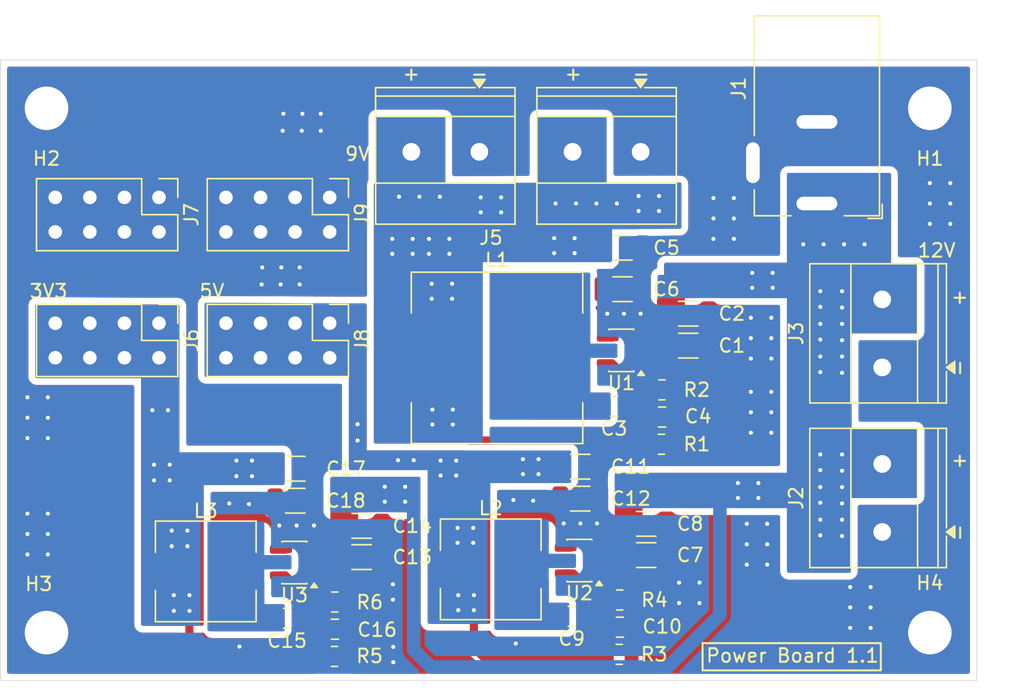
<source format=kicad_pcb>
(kicad_pcb (version 20241229) (generator "pcbnew") (generator_version "9.0")
  (title_block (title "Power_Board") (date "2025-12-20") (rev "1.1") (company "PKl"))
  (layers (0 "F.Cu" signal) (2 "B.Cu" signal) (13 "F.Paste" user) (15 "B.Paste" user) (5 "F.SilkS" user "F.Silkscreen") (7 "B.SilkS" user "B.Silkscreen") (1 "F.Mask" user) (3 "B.Mask" user) (25 "Edge.Cuts" user))
  (net 0 "")
  (net 1 "GND")
  (net 2 "12V")
  (net 3 "9V")
  (net 4 "5V")
  (net 5 "3V3")
  (net 6 "Net-(U1-SW)")
  (net 7 "Net-(U1-BST)")
  (net 8 "Net-(U1-FB)")
  (net 9 "Net-(C5-Pad2)")
  (net 10 "Net-(U2-SW)")
  (net 11 "Net-(U2-BST)")
  (net 12 "Net-(U2-FB)")
  (net 13 "Net-(C11-Pad2)")
  (net 14 "Net-(U3-BST)")
  (net 15 "Net-(U3-SW)")
  (net 16 "Net-(U3-FB)")
  (net 17 "Net-(C17-Pad2)")
  (footprint "Connector_PinHeader_2.54mm:PinHeader_2x04_P2.54mm_Vertical" (layer "F.Cu") (at 133.365 87.8 -90)
    (property "Reference" "J6")
    (property "Value" "3V3")
  )
  (footprint "Inductor_SMD:L_12x12mm_H8mm" (layer "F.Cu") (at 158.2 90.35 180)
    (property "Reference" "L1")
    (property "Value" "DR127-100-R")
  )
  (footprint "Capacitor_SMD:C_0805_2012Metric" (layer "F.Cu") (at 163.6875 109.35)
    (property "Reference" "C9")
    (property "Value" "100nF")
  )
  (footprint "TerminalBlock_Phoenix:TerminalBlock_Phoenix_MKDS-1,5-2_1x02_P5.00mm_Horizontal" (layer "F.Cu") (at 186.5 103.15 90)
    (property "Reference" "J2")
    (property "Value" "12V1")
  )
  (footprint "Capacitor_SMD:C_1206_3216Metric" (layer "F.Cu") (at 169.1625 102.55)
    (property "Reference" "C8")
    (property "Value" "100nF")
  )
  (footprint "Capacitor_SMD:C_1206_3216Metric" (layer "F.Cu") (at 172.25 87.1)
    (property "Reference" "C2")
    (property "Value" "100nF")
  )
  (footprint "MountingHole:MountingHole_3.2mm_M3_DIN965_Pad" (layer "F.Cu") (at 125.1 72)
    (property "Reference" "H2")
    (property "Value" "MountingHole_Pad" (hide yes))
  )
  (footprint "Resistor_SMD:R_0805_2012Metric" (layer "F.Cu") (at 170.3125 92.7)
    (property "Reference" "R2")
    (property "Value" "18kR")
  )
  (footprint "Package_TO_SOT_SMD:TSOT-23-6" (layer "F.Cu") (at 143.3125 105.4 180)
    (property "Reference" "U3")
    (property "Value" "AP63200WU")
  )
  (footprint "Capacitor_SMD:C_1206_3216Metric" (layer "F.Cu") (at 172.25 89.45)
    (property "Reference" "C1")
    (property "Value" "22uF")
  )
  (footprint "Inductor_SMD:L_7.3x7.3_H3.5" (layer "F.Cu") (at 136.8 106.05 180)
    (property "Reference" "L3")
    (property "Value" "DR73-6R8-R")
  )
  (footprint "Resistor_SMD:R_0805_2012Metric" (layer "F.Cu") (at 170.275 96.7)
    (property "Reference" "R1")
    (property "Value" "182kR")
  )
  (footprint "Capacitor_SMD:C_1206_3216Metric" (layer "F.Cu") (at 167.425 85.3)
    (property "Reference" "C6")
    (property "Value" "22uF")
  )
  (footprint "Capacitor_SMD:C_1206_3216Metric" (layer "F.Cu") (at 148.25 105)
    (property "Reference" "C13")
    (property "Value" "22uF")
  )
  (footprint "Capacitor_SMD:C_1206_3216Metric" (layer "F.Cu") (at 167.425 82.25)
    (property "Reference" "C5")
    (property "Value" "22uF")
  )
  (footprint "Capacitor_SMD:C_1206_3216Metric" (layer "F.Cu") (at 164.3125 100.7)
    (property "Reference" "C12")
    (property "Value" "22uF")
  )
  (footprint "Connector_PinHeader_2.54mm:PinHeader_2x04_P2.54mm_Vertical" (layer "F.Cu") (at 133.365 78.55 -90)
    (property "Reference" "J7")
    (property "Value" "3V_GND")
  )
  (footprint "Resistor_SMD:R_0805_2012Metric" (layer "F.Cu") (at 146.275 108.3)
    (property "Reference" "R6")
    (property "Value" "62kR")
  )
  (footprint "Capacitor_SMD:C_0805_2012Metric" (layer "F.Cu") (at 167.225 110.15)
    (property "Reference" "C10")
    (property "Value" "100pF")
  )
  (footprint "Capacitor_SMD:C_1206_3216Metric" (layer "F.Cu") (at 169.1625 104.85)
    (property "Reference" "C7")
    (property "Value" "22uF")
  )
  (footprint "Connector_PinHeader_2.54mm:PinHeader_2x04_P2.54mm_Vertical" (layer "F.Cu") (at 145.905 78.55 -90)
    (property "Reference" "J9")
    (property "Value" "5V_GND")
  )
  (footprint "Package_TO_SOT_SMD:TSOT-23-6" (layer "F.Cu") (at 167.3375 89.8 180)
    (property "Reference" "U1")
    (property "Value" "AP63200WU")
  )
  (footprint "Resistor_SMD:R_0805_2012Metric" (layer "F.Cu") (at 167.175 112.15)
    (property "Reference" "R3")
    (property "Value" "158kR")
  )
  (footprint "Capacitor_SMD:C_0805_2012Metric" (layer "F.Cu") (at 166.8 93.9)
    (property "Reference" "C3")
    (property "Value" "100nF")
  )
  (footprint "TerminalBlock_Phoenix:TerminalBlock_Phoenix_MKDS-1,5-2_1x02_P5.00mm_Horizontal" (layer "F.Cu") (at 156.9 75.2 180)
    (property "Reference" "J5")
    (property "Value" "9V2")
  )
  (footprint "Capacitor_SMD:C_0805_2012Metric" (layer "F.Cu") (at 146.2875 110.3)
    (property "Reference" "C16")
    (property "Value" "100pF")
  )
  (footprint "Package_TO_SOT_SMD:TSOT-23-6" (layer "F.Cu") (at 164.25 105.25 180)
    (property "Reference" "U2")
    (property "Value" "AP63200WU")
  )
  (footprint "TerminalBlock_Phoenix:TerminalBlock_Phoenix_MKDS-1,5-2_1x02_P5.00mm_Horizontal" (layer "F.Cu") (at 168.75 75.2 180)
    (property "Reference" "J4" (hide yes))
    (property "Value" "9V1")
  )
  (footprint "Resistor_SMD:R_0805_2012Metric" (layer "F.Cu") (at 146.2625 112.3)
    (property "Reference" "R5")
    (property "Value" "182kR")
  )
  (footprint "Capacitor_SMD:C_1206_3216Metric" (layer "F.Cu") (at 148.25 102.7)
    (property "Reference" "C14")
    (property "Value" "100nF")
  )
  (footprint "Resistor_SMD:R_0805_2012Metric" (layer "F.Cu") (at 167.2125 108.15)
    (property "Reference" "R4")
    (property "Value" "30kR")
  )
  (footprint "MountingHole:MountingHole_3.2mm_M3_DIN965_Pad" (layer "F.Cu") (at 125.1 110.55)
    (property "Reference" "H3")
    (property "Value" "MountingHole_Pad")
  )
  (footprint "Capacitor_SMD:C_1206_3216Metric" (layer "F.Cu") (at 143.375 98.5)
    (property "Reference" "C17")
    (property "Value" "22uF")
  )
  (footprint "Inductor_SMD:L_7.3x7.3_H3.5" (layer "F.Cu") (at 157.7375 105.9 180)
    (property "Reference" "L2")
    (property "Value" "DR73-100-R")
  )
  (footprint "TerminalBlock_Phoenix:TerminalBlock_Phoenix_MKDS-1,5-2_1x02_P5.00mm_Horizontal" (layer "F.Cu") (at 186.5 91.05 90)
    (property "Reference" "J3")
    (property "Value" "12V2")
  )
  (footprint "Capacitor_SMD:C_0805_2012Metric" (layer "F.Cu") (at 142.775 109.5)
    (property "Reference" "C15")
    (property "Value" "100nF")
  )
  (footprint "Capacitor_SMD:C_1206_3216Metric" (layer "F.Cu") (at 143.375 100.85)
    (property "Reference" "C18")
    (property "Value" "22uF")
  )
  (footprint "Connector_PinHeader_2.54mm:PinHeader_2x04_P2.54mm_Vertical" (layer "F.Cu") (at 145.905 87.8 -90)
    (property "Reference" "J8")
    (property "Value" "5V")
  )
  (footprint "Capacitor_SMD:C_1206_3216Metric" (layer "F.Cu") (at 164.3125 98.35)
    (property "Reference" "C11")
    (property "Value" "22uF")
  )
  (footprint "Connector_BarrelJack:BarrelJack_Horizontal" (layer "F.Cu") (at 181.7 79 -90)
    (property "Reference" "J1")
    (property "Value" "IN")
  )
  (footprint "Capacitor_SMD:C_0805_2012Metric" (layer "F.Cu") (at 170.325 94.7)
    (property "Reference" "C4")
    (property "Value" "68pF")
  )
  (footprint "MountingHole:MountingHole_3.2mm_M3_DIN965_Pad" (layer "F.Cu") (at 190 110.55)
    (property "Reference" "H4")
    (property "Value" "MountingHole_Pad")
  )
  (footprint "MountingHole:MountingHole_3.2mm_M3_DIN965_Pad" (layer "F.Cu") (at 190 72)
    (property "Reference" "H1")
    (property "Value" "MountingHole_Pad" (hide yes))
  )
  (gr_rect (start 173.3 111.325) (end 186.4 113.325) (stroke (width 0.15)) (fill no) (layer "F.SilkS"))
  (gr_rect (start 121.707152 68.44) (end 193.45 114.075) (stroke (width 0.05)) (fill no) (layer "Edge.Cuts"))
  (gr_text "3V3" (at 125.25 85.45 0) (layer "F.SilkS") (effects (font (size 1 1))))
  (gr_text "-" (at 192.3 91.1 270) (layer "F.SilkS") (effects (font (size 1 1))))
  (gr_text "-" (at 168.8 69.6 180) (layer "F.SilkS") (effects (font (size 1 1))))
  (gr_text "+" (at 151.9 69.6 180) (layer "F.SilkS") (effects (font (size 1 1))))
  (gr_text "Power Board 1.1" (at 173.475 112.825 0) (layer "F.SilkS") (effects (font (size 1 1)) (justify left bottom)))
  (gr_text "12V" (at 190.5 82.45 0) (layer "F.SilkS") (effects (font (size 1 1))))
  (gr_text "9V" (at 147.95 75.35 0) (layer "F.SilkS") (effects (font (size 1 1))))
  (gr_text "5V" (at 137.25 85.45 0) (layer "F.SilkS") (effects (font (size 1 1))))
  (gr_text "+" (at 192.2 98 180) (layer "F.SilkS") (effects (font (size 1 1))))
  (gr_text "-" (at 192.3 103.2 270) (layer "F.SilkS") (effects (font (size 1 1))))
  (gr_text "-" (at 156.9 69.6 180) (layer "F.SilkS") (effects (font (size 1 1))))
  (gr_text "+" (at 163.8 69.6 180) (layer "F.SilkS") (effects (font (size 1 1))))
  (gr_text "+" (at 192.2 86 180) (layer "F.SilkS") (effects (font (size 1 1))))
  (via (at 142.35 83.7) (size 1) (drill 0.3) (layers "F.Cu" "B.Cu") (net 1))
  (via (at 176.85 87.4) (size 1) (drill 0.3) (layers "F.Cu" "B.Cu") (net 1))
  (via (at 191.5 77.5) (size 1) (drill 0.3) (layers "F.Cu" "B.Cu") (net 1))
  (via (at 190 79) (size 1) (drill 0.3) (layers "F.Cu" "B.Cu") (net 1))
  (via (at 178.35 90.4) (size 1) (drill 0.3) (layers "F.Cu" "B.Cu") (net 1))
  (via (at 168.75 87.1) (size 1) (drill 0.3) (layers "F.Cu" "B.Cu") (net 1))
  (via (at 150.55 107) (size 1) (drill 0.3) (layers "F.Cu" "B.Cu") (net 1))
  (via (at 190 80.5) (size 1) (drill 0.3) (layers "F.Cu" "B.Cu") (net 1))
  (via (at 167.525 87.1) (size 1) (drill 0.3) (layers "F.Cu" "B.Cu") (net 1))
  (via (at 150.575 112.725) (size 1) (drill 0.3) (layers "F.Cu" "B.Cu") (net 1))
  (via (at 123.7 103.3) (size 1) (drill 0.3) (layers "F.Cu" "B.Cu") (net 1))
  (via (at 176.55 105.55) (size 1) (drill 0.3) (layers "F.Cu" "B.Cu") (net 1))
  (via (at 145.25 73.65) (size 1) (drill 0.3) (layers "F.Cu" "B.Cu") (net 1))
  (via (at 171.575 108.375) (size 1) (drill 0.3) (layers "F.Cu" "B.Cu") (net 1))
  (via (at 139.275 111.575) (size 1) (drill 0.3) (layers "F.Cu" "B.Cu") (net 1))
  (via (at 145.25 72.4) (size 1) (drill 0.3) (layers "F.Cu" "B.Cu") (net 1))
  (via (at 125.2 103.3) (size 1) (drill 0.3) (layers "F.Cu" "B.Cu") (net 1))
  (via (at 178.35 88.9) (size 1) (drill 0.3) (layers "F.Cu" "B.Cu") (net 1))
  (via (at 142.5 72.4) (size 1) (drill 0.3) (layers "F.Cu" "B.Cu") (net 1))
  (via (at 160.85 100.85) (size 1) (drill 0.3) (layers "F.Cu" "B.Cu") (net 1))
  (via (at 178.35 95.85) (size 1) (drill 0.3) (layers "F.Cu" "B.Cu") (net 1))
  (via (at 138.525 101.05) (size 1) (drill 0.3) (layers "F.Cu" "B.Cu") (net 1))
  (via (at 139.975 101.1) (size 1) (drill 0.3) (layers "F.Cu" "B.Cu") (net 1))
  (via (at 174.1 81.6) (size 1) (drill 0.3) (layers "F.Cu" "B.Cu") (net 1))
  (via (at 185.65 108.7) (size 1) (drill 0.3) (layers "F.Cu" "B.Cu") (net 1))
  (via (at 176.85 95.85) (size 1) (drill 0.3) (layers "F.Cu" "B.Cu") (net 1))
  (via (at 176.85 94.35) (size 1) (drill 0.3) (layers "F.Cu" "B.Cu") (net 1))
  (via (at 123.7 93.25) (size 1) (drill 0.3) (layers "F.Cu" "B.Cu") (net 1))
  (via (at 176.85 90.4) (size 1) (drill 0.3) (layers "F.Cu" "B.Cu") (net 1))
  (via (at 171.575 106.875) (size 1) (drill 0.3) (layers "F.Cu" "B.Cu") (net 1))
  (via (at 125.2 101.8) (size 1) (drill 0.3) (layers "F.Cu" "B.Cu") (net 1))
  (via (at 143.475 102.675) (size 1) (drill 0.3) (layers "F.Cu" "B.Cu") (net 1))
  (via (at 163.1 102.525) (size 1) (drill 0.3) (layers "F.Cu" "B.Cu") (net 1))
  (via (at 175.6 80.1) (size 1) (drill 0.3) (layers "F.Cu" "B.Cu") (net 1))
  (via (at 185.65 107.2) (size 1) (drill 0.3) (layers "F.Cu" "B.Cu") (net 1))
  (via (at 144.75 102.675) (size 1) (drill 0.3) (layers "F.Cu" "B.Cu") (net 1))
  (via (at 176.55 102.55) (size 1) (drill 0.3) (layers "F.Cu" "B.Cu") (net 1))
  (via (at 125.2 96.25) (size 1) (drill 0.3) (layers "F.Cu" "B.Cu") (net 1))
  (via (at 178.05 105.55) (size 1) (drill 0.3) (layers "F.Cu" "B.Cu") (net 1))
  (via (at 175.6 81.6) (size 1) (drill 0.3) (layers "F.Cu" "B.Cu") (net 1))
  (via (at 166.3 87.1) (size 1) (drill 0.3) (layers "F.Cu" "B.Cu") (net 1))
  (via (at 178.35 94.35) (size 1) (drill 0.3) (layers "F.Cu" "B.Cu") (net 1))
  (via (at 125.2 93.25) (size 1) (drill 0.3) (layers "F.Cu" "B.Cu") (net 1))
  (via (at 150.575 111.6) (size 1) (drill 0.3) (layers "F.Cu" "B.Cu") (net 1))
  (via (at 176.85 92.85) (size 1) (drill 0.3) (layers "F.Cu" "B.Cu") (net 1))
  (via (at 176.85 88.9) (size 1) (drill 0.3) (layers "F.Cu" "B.Cu") (net 1))
  (via (at 174.1 78.6) (size 1) (drill 0.3) (layers "F.Cu" "B.Cu") (net 1))
  (via (at 184.15 110.2) (size 1) (drill 0.3) (layers "F.Cu" "B.Cu") (net 1))
  (via (at 123.7 94.75) (size 1) (drill 0.3) (layers "F.Cu" "B.Cu") (net 1))
  (via (at 142.45 73.65) (size 1) (drill 0.3) (layers "F.Cu" "B.Cu") (net 1))
  (via (at 140.9 84.95) (size 1) (drill 0.3) (layers "F.Cu" "B.Cu") (net 1))
  (via (at 123.7 104.8) (size 1) (drill 0.3) (layers "F.Cu" "B.Cu") (net 1))
  (via (at 142.2 102.675) (size 1) (drill 0.3) (layers "F.Cu" "B.Cu") (net 1))
  (via (at 173.075 106.875) (size 1) (drill 0.3) (layers "F.Cu" "B.Cu") (net 1))
  (via (at 191.5 80.5) (size 1) (drill 0.3) (layers "F.Cu" "B.Cu") (net 1))
  (via (at 159.575 111.35) (size 1) (drill 0.3) (layers "F.Cu" "B.Cu") (net 1))
  (via (at 176.55 104.05) (size 1) (drill 0.3) (layers "F.Cu" "B.Cu") (net 1))
  (via (at 125.2 94.75) (size 1) (drill 0.3) (layers "F.Cu" "B.Cu") (net 1))
  (via (at 184.15 108.7) (size 1) (drill 0.3) (layers "F.Cu" "B.Cu") (net 1))
  (via (at 175.6 78.6) (size 1) (drill 0.3) (layers "F.Cu" "B.Cu") (net 1))
  (via (at 142.3 84.95) (size 1) (drill 0.3) (layers "F.Cu" "B.Cu") (net 1))
  (via (at 191.5 79) (size 1) (drill 0.3) (layers "F.Cu" "B.Cu") (net 1))
  (via (at 178.05 102.55) (size 1) (drill 0.3) (layers "F.Cu" "B.Cu") (net 1))
  (via (at 123.7 96.25) (size 1) (drill 0.3) (layers "F.Cu" "B.Cu") (net 1))
  (via (at 165.55 102.525) (size 1) (drill 0.3) (layers "F.Cu" "B.Cu") (net 1))
  (via (at 178.05 104.05) (size 1) (drill 0.3) (layers "F.Cu" "B.Cu") (net 1))
  (via (at 178.35 92.85) (size 1) (drill 0.3) (layers "F.Cu" "B.Cu") (net 1))
  (via (at 125.2 104.8) (size 1) (drill 0.3) (layers "F.Cu" "B.Cu") (net 1))
  (via (at 174.1 80.1) (size 1) (drill 0.3) (layers "F.Cu" "B.Cu") (net 1))
  (via (at 190 77.5) (size 1) (drill 0.3) (layers "F.Cu" "B.Cu") (net 1))
  (via (at 143.7 83.7) (size 1) (drill 0.3) (layers "F.Cu" "B.Cu") (net 1))
  (via (at 143.7 84.95) (size 1) (drill 0.3) (layers "F.Cu" "B.Cu") (net 1))
  (via (at 140.95 83.7) (size 1) (drill 0.3) (layers "F.Cu" "B.Cu") (net 1))
  (via (at 150.55 108.125) (size 1) (drill 0.3) (layers "F.Cu" "B.Cu") (net 1))
  (via (at 159.4 100.8) (size 1) (drill 0.3) (layers "F.Cu" "B.Cu") (net 1))
  (via (at 123.7 101.8) (size 1) (drill 0.3) (layers "F.Cu" "B.Cu") (net 1))
  (via (at 173.075 108.375) (size 1) (drill 0.3) (layers "F.Cu" "B.Cu") (net 1))
  (via (at 164.325 102.525) (size 1) (drill 0.3) (layers "F.Cu" "B.Cu") (net 1))
  (via (at 143.9 72.4) (size 1) (drill 0.3) (layers "F.Cu" "B.Cu") (net 1))
  (via (at 143.85 73.65) (size 1) (drill 0.3) (layers "F.Cu" "B.Cu") (net 1))
  (via (at 178.35 87.4) (size 1) (drill 0.3) (layers "F.Cu" "B.Cu") (net 1))
  (via (at 185.65 110.2) (size 1) (drill 0.3) (layers "F.Cu" "B.Cu") (net 1))
  (via (at 184.15 107.2) (size 1) (drill 0.3) (layers "F.Cu" "B.Cu") (net 1))
  (via (at 181.95 99.85) (size 1) (drill 0.3) (layers "F.Cu" "B.Cu") (net 2))
  (via (at 176.95 84.1) (size 1) (drill 0.3) (layers "F.Cu" "B.Cu") (net 2))
  (via (at 178.45 84.1) (size 1) (drill 0.3) (layers "F.Cu" "B.Cu") (net 2))
  (via (at 183.55 98.65) (size 1) (drill 0.3) (layers "F.Cu" "B.Cu") (net 2))
  (via (at 181.95 85.45) (size 1) (drill 0.3) (layers "F.Cu" "B.Cu") (net 2))
  (via (at 183.55 89.05) (size 1) (drill 0.3) (layers "F.Cu" "B.Cu") (net 2))
  (via (at 183.55 86.65) (size 1) (drill 0.3) (layers "F.Cu" "B.Cu") (net 2))
  (via (at 183.55 87.85) (size 1) (drill 0.3) (layers "F.Cu" "B.Cu") (net 2))
  (via (at 181.95 91.4) (size 1) (drill 0.3) (layers "F.Cu" "B.Cu") (net 2))
  (via (at 183.55 97.45) (size 1) (drill 0.3) (layers "F.Cu" "B.Cu") (net 2))
  (via (at 151.45 100.925) (size 1) (drill 0.3) (layers "F.Cu" "B.Cu") (net 2))
  (via (at 181.95 97.45) (size 1) (drill 0.3) (layers "F.Cu" "B.Cu") (net 2))
  (via (at 183.55 90.25) (size 1) (drill 0.3) (layers "F.Cu" "B.Cu") (net 2))
  (via (at 181.95 87.85) (size 1) (drill 0.3) (layers "F.Cu" "B.Cu") (net 2))
  (via (at 181.95 86.6) (size 1) (drill 0.3) (layers "F.Cu" "B.Cu") (net 2))
  (via (at 185.2 82) (size 1) (drill 0.3) (layers "F.Cu" "B.Cu") (net 2))
  (via (at 149.95 99.825) (size 1) (drill 0.3) (layers "F.Cu" "B.Cu") (net 2))
  (via (at 181.95 98.6) (size 1) (drill 0.3) (layers "F.Cu" "B.Cu") (net 2))
  (via (at 181.95 90.25) (size 1) (drill 0.3) (layers "F.Cu" "B.Cu") (net 2))
  (via (at 151.45 99.825) (size 1) (drill 0.3) (layers "F.Cu" "B.Cu") (net 2))
  (via (at 177.4 100.65) (size 1) (drill 0.3) (layers "F.Cu" "B.Cu") (net 2))
  (via (at 175.9 100.65) (size 1) (drill 0.3) (layers "F.Cu" "B.Cu") (net 2))
  (via (at 175.9 99.55) (size 1) (drill 0.3) (layers "F.Cu" "B.Cu") (net 2))
  (via (at 181.95 102.25) (size 1) (drill 0.3) (layers "F.Cu" "B.Cu") (net 2))
  (via (at 183.55 101.05) (size 1) (drill 0.3) (layers "F.Cu" "B.Cu") (net 2))
  (via (at 183.55 102.25) (size 1) (drill 0.3) (layers "F.Cu" "B.Cu") (net 2))
  (via (at 183.55 103.45) (size 1) (drill 0.3) (layers "F.Cu" "B.Cu") (net 2))
  (via (at 183.55 91.45) (size 1) (drill 0.3) (layers "F.Cu" "B.Cu") (net 2))
  (via (at 183.7 82) (size 1) (drill 0.3) (layers "F.Cu" "B.Cu") (net 2))
  (via (at 183.55 85.45) (size 1) (drill 0.3) (layers "F.Cu" "B.Cu") (net 2))
  (via (at 178.45 85.2) (size 1) (drill 0.3) (layers "F.Cu" "B.Cu") (net 2))
  (via (at 181.95 103.4) (size 1) (drill 0.3) (layers "F.Cu" "B.Cu") (net 2))
  (via (at 181.95 89) (size 1) (drill 0.3) (layers "F.Cu" "B.Cu") (net 2))
  (via (at 177.4 99.55) (size 1) (drill 0.3) (layers "F.Cu" "B.Cu") (net 2))
  (via (at 149.95 100.925) (size 1) (drill 0.3) (layers "F.Cu" "B.Cu") (net 2))
  (via (at 176.95 85.2) (size 1) (drill 0.3) (layers "F.Cu" "B.Cu") (net 2))
  (via (at 180.7 82) (size 1) (drill 0.3) (layers "F.Cu" "B.Cu") (net 2))
  (via (at 181.95 101) (size 1) (drill 0.3) (layers "F.Cu" "B.Cu") (net 2))
  (via (at 183.55 99.85) (size 1) (drill 0.3) (layers "F.Cu" "B.Cu") (net 2))
  (via (at 182.2 82) (size 1) (drill 0.3) (layers "F.Cu" "B.Cu") (net 2))
  (segment (start 174.575 109.25) (end 174.575 100.675) (width 1) (layer "B.Cu") (net 2))
  (segment (start 174.575 100.675) (end 174.55 100.65) (width 1) (layer "B.Cu") (net 2))
  (segment (start 152.075 111.825) (end 153.325 113.075) (width 1) (layer "B.Cu") (net 2))
  (segment (start 170.75 113.075) (end 174.575 109.25) (width 1) (layer "B.Cu") (net 2))
  (segment (start 151.45 100.925) (end 152.075 101.55) (width 1) (layer "B.Cu") (net 2))
  (segment (start 152.075 101.55) (end 152.075 111.825) (width 1) (layer "B.Cu") (net 2))
  (segment (start 174.55 100.65) (end 175.9 100.65) (width 1) (layer "B.Cu") (net 2))
  (segment (start 153.325 113.075) (end 170.75 113.075) (width 1) (layer "B.Cu") (net 2))
  (segment (start 169.375 94.7) (end 167.65 96.425) (width 0.6) (layer "F.Cu") (net 3))
  (segment (start 169.4125 96.5375) (end 169.4125 95.05) (width 0.6) (layer "F.Cu") (net 3))
  (segment (start 156.125 96.425) (end 154.95 95.25) (width 0.6) (layer "F.Cu") (net 3))
  (segment (start 167.65 96.425) (end 156.125 96.425) (width 0.6) (layer "F.Cu") (net 3))
  (segment (start 169.375 94.7) (end 169.375 95.425) (width 0.4) (layer "F.Cu") (net 3))
  (via (at 165.5 79) (size 1) (drill 0.3) (layers "F.Cu" "B.Cu") (net 3))
  (via (at 151 78.5) (size 1) (drill 0.3) (layers "F.Cu" "B.Cu") (net 3))
  (via (at 153.4 84.9) (size 1) (drill 0.3) (layers "F.Cu" "B.Cu") (net 3))
  (via (at 170.1 78.45) (size 1) (drill 0.3) (layers "F.Cu" "B.Cu") (net 3))
  (via (at 168.6 79.55) (size 1) (drill 0.3) (layers "F.Cu" "B.Cu") (net 3))
  (via (at 162.4 81.55) (size 1) (drill 0.3) (layers "F.Cu" "B.Cu") (net 3))
  (via (at 154.95 94.15) (size 1) (drill 0.3) (layers "F.Cu" "B.Cu") (net 3))
  (via (at 153.45 95.25) (size 1) (drill 0.3) (layers "F.Cu" "B.Cu") (net 3))
  (via (at 152 82.7) (size 1) (drill 0.3) (layers "F.Cu" "B.Cu") (net 3))
  (via (at 154.9 86) (size 1) (drill 0.3) (layers "F.Cu" "B.Cu") (net 3))
  (via (at 167 79) (size 1) (drill 0.3) (layers "F.Cu" "B.Cu") (net 3))
  (via (at 163.9 82.65) (size 1) (drill 0.3) (layers "F.Cu" "B.Cu") (net 3))
  (via (at 154.7 81.6) (size 1) (drill 0.3) (layers "F.Cu" "B.Cu") (net 3))
  (via (at 168.6 78.45) (size 1) (drill 0.3) (layers "F.Cu" "B.Cu") (net 3))
  (via (at 162.4 82.65) (size 1) (drill 0.3) (layers "F.Cu" "B.Cu") (net 3))
  (via (at 153.2 81.6) (size 1) (drill 0.3) (layers "F.Cu" "B.Cu") (net 3))
  (via (at 150.5 81.6) (size 1) (drill 0.3) (layers "F.Cu" "B.Cu") (net 3))
  (via (at 153.2 82.7) (size 1) (drill 0.3) (layers "F.Cu" "B.Cu") (net 3))
  (via (at 154 78.5) (size 1) (drill 0.3) (layers "F.Cu" "B.Cu") (net 3))
  (via (at 162.5 79) (size 1) (drill 0.3) (layers "F.Cu" "B.Cu") (net 3))
  (via (at 154.9 84.9) (size 1) (drill 0.3) (layers "F.Cu" "B.Cu") (net 3))
  (via (at 154.95 95.25) (size 1) (drill 0.3) (layers "F.Cu" "B.Cu") (net 3))
  (via (at 152.5 78.5) (size 1) (drill 0.3) (layers "F.Cu" "B.Cu") (net 3))
  (via (at 153.4 86) (size 1) (drill 0.3) (layers "F.Cu" "B.Cu") (net 3))
  (via (at 154.7 82.7) (size 1) (drill 0.3) (layers "F.Cu" "B.Cu") (net 3))
  (via (at 157 78.55) (size 1) (drill 0.3) (layers "F.Cu" "B.Cu") (net 3))
  (via (at 158.5 79.65) (size 1) (drill 0.3) (layers "F.Cu" "B.Cu") (net 3))
  (via (at 163.9 81.55) (size 1) (drill 0.3) (layers "F.Cu" "B.Cu") (net 3))
  (via (at 170.1 79.55) (size 1) (drill 0.3) (layers "F.Cu" "B.Cu") (net 3))
  (via (at 158.5 78.55) (size 1) (drill 0.3) (layers "F.Cu" "B.Cu") (net 3))
  (via (at 157 79.65) (size 1) (drill 0.3) (layers "F.Cu" "B.Cu") (net 3))
  (via (at 150.5 82.7) (size 1) (drill 0.3) (layers "F.Cu" "B.Cu") (net 3))
  (via (at 164 79) (size 1) (drill 0.3) (layers "F.Cu" "B.Cu") (net 3))
  (via (at 152 81.6) (size 1) (drill 0.3) (layers "F.Cu" "B.Cu") (net 3))
  (via (at 153.45 94.15) (size 1) (drill 0.3) (layers "F.Cu" "B.Cu") (net 3))
  (segment (start 165.9375 112.475) (end 157.325 112.475) (width 0.6) (layer "F.Cu") (net 4))
  (segment (start 157.325 112.475) (end 156.5 111.65) (width 0.6) (layer "F.Cu") (net 4))
  (segment (start 156.5 111.65) (end 156.5 108.9) (width 0.6) (layer "F.Cu") (net 4))
  (segment (start 166.2625 110.1625) (end 166.275 110.15) (width 0.4) (layer "F.Cu") (net 4))
  (segment (start 166.275 110.15) (end 166.275 110.225) (width 0.4) (layer "F.Cu") (net 4))
  (segment (start 166.275 110.225) (end 166.275 112.1375) (width 0.6) (layer "F.Cu") (net 4))
  (segment (start 166.2625 112.15) (end 166.2625 110.1625) (width 0.6) (layer "F.Cu") (net 4))
  (segment (start 166.275 112.1375) (end 165.9375 112.475) (width 0.6) (layer "F.Cu") (net 4))
  (via (at 155.2 97.9) (size 1) (drill 0.3) (layers "F.Cu" "B.Cu") (net 4))
  (via (at 147.95 95.225) (size 1) (drill 0.3) (layers "F.Cu" "B.Cu") (net 4))
  (via (at 156.45 103.95) (size 1) (drill 0.3) (layers "F.Cu" "B.Cu") (net 4))
  (via (at 154.05 97.9) (size 1) (drill 0.3) (layers "F.Cu" "B.Cu") (net 4))
  (via (at 156.5 107.8) (size 1) (drill 0.3) (layers "F.Cu" "B.Cu") (net 4))
  (via (at 156.5 108.9) (size 1) (drill 0.3) (layers "F.Cu" "B.Cu") (net 4))
  (via (at 147.95 96.425) (size 1) (drill 0.3) (layers "F.Cu" "B.Cu") (net 4))
  (via (at 155.3 102.85) (size 1) (drill 0.3) (layers "F.Cu" "B.Cu") (net 4))
  (via (at 155.35 108.9) (size 1) (drill 0.3) (layers "F.Cu" "B.Cu") (net 4))
  (via (at 160.1 98.9) (size 1) (drill 0.3) (layers "F.Cu" "B.Cu") (net 4))
  (via (at 150.925 97.875) (size 1) (drill 0.3) (layers "F.Cu" "B.Cu") (net 4))
  (via (at 155.3 103.95) (size 1) (drill 0.3) (layers "F.Cu" "B.Cu") (net 4))
  (via (at 155.2 99) (size 1) (drill 0.3) (layers "F.Cu" "B.Cu") (net 4))
  (via (at 156.45 102.85) (size 1) (drill 0.3) (layers "F.Cu" "B.Cu") (net 4))
  (via (at 161.25 97.8) (size 1) (drill 0.3) (layers "F.Cu" "B.Cu") (net 4))
  (via (at 154.05 99) (size 1) (drill 0.3) (layers "F.Cu" "B.Cu") (net 4))
  (via (at 160.1 97.8) (size 1) (drill 0.3) (layers "F.Cu" "B.Cu") (net 4))
  (via (at 152.075 97.875) (size 1) (drill 0.3) (layers "F.Cu" "B.Cu") (net 4))
  (via (at 155.35 107.8) (size 1) (drill 0.3) (layers "F.Cu" "B.Cu") (net 4))
  (via (at 161.25 98.9) (size 1) (drill 0.3) (layers "F.Cu" "B.Cu") (net 4))
  (segment (start 145.3375 110.3) (end 145.3375 112.2875) (width 0.6) (layer "F.Cu") (net 5))
  (segment (start 145.3375 112.3125) (end 145 112.65) (width 0.6) (layer "F.Cu") (net 5))
  (segment (start 145.3375 110.3) (end 145.3375 112.3125) (width 0.6) (layer "F.Cu") (net 5))
  (segment (start 145 112.65) (end 136.675 112.65) (width 0.6) (layer "F.Cu") (net 5))
  (segment (start 145.3375 112.2875) (end 145.35 112.3) (width 0.4) (layer "F.Cu") (net 5))
  (segment (start 135.6 111.575) (end 135.6 108.95) (width 0.6) (layer "F.Cu") (net 5))
  (segment (start 136.675 112.65) (end 135.6 111.575) (width 0.6) (layer "F.Cu") (net 5))
  (via (at 135.6 108.95) (size 1) (drill 0.3) (layers "F.Cu" "B.Cu") (net 5))
  (via (at 134.3 103.05) (size 1) (drill 0.3) (layers "F.Cu" "B.Cu") (net 5))
  (via (at 134.45 108.95) (size 1) (drill 0.3) (layers "F.Cu" "B.Cu") (net 5))
  (via (at 133 99.35) (size 1) (drill 0.3) (layers "F.Cu" "B.Cu") (net 5))
  (via (at 134.3 104.2) (size 1) (drill 0.3) (layers "F.Cu" "B.Cu") (net 5))
  (via (at 139.05 97.9) (size 1) (drill 0.3) (layers "F.Cu" "B.Cu") (net 5))
  (via (at 135.6 107.8) (size 1) (drill 0.3) (layers "F.Cu" "B.Cu") (net 5))
  (via (at 132.875 94.2) (size 1) (drill 0.3) (layers "F.Cu" "B.Cu") (net 5))
  (via (at 135.45 103.05) (size 1) (drill 0.3) (layers "F.Cu" "B.Cu") (net 5))
  (via (at 140.2 99.05) (size 1) (drill 0.3) (layers "F.Cu" "B.Cu") (net 5))
  (via (at 134.025 94.2) (size 1) (drill 0.3) (layers "F.Cu" "B.Cu") (net 5))
  (via (at 133 98.2) (size 1) (drill 0.3) (layers "F.Cu" "B.Cu") (net 5))
  (via (at 135.45 104.2) (size 1) (drill 0.3) (layers "F.Cu" "B.Cu") (net 5))
  (via (at 134.15 98.2) (size 1) (drill 0.3) (layers "F.Cu" "B.Cu") (net 5))
  (via (at 134.45 107.8) (size 1) (drill 0.3) (layers "F.Cu" "B.Cu") (net 5))
  (via (at 139.05 99.05) (size 1) (drill 0.3) (layers "F.Cu" "B.Cu") (net 5))
  (via (at 140.2 97.9) (size 1) (drill 0.3) (layers "F.Cu" "B.Cu") (net 5))
  (via (at 134.15 99.35) (size 1) (drill 0.3) (layers "F.Cu" "B.Cu") (net 5))
  (segment (start 166.2 89.8) (end 163.7 89.8) (width 0.6) (layer "F.Cu") (net 6))
  (segment (start 163.7 89.8) (end 163.6 89.9) (width 0.6) (layer "F.Cu") (net 6))
  (segment (start 166.2 90.75) (end 166.65 90.75) (width 0.6) (layer "F.Cu") (net 7))
  (segment (start 167.75 91.85) (end 167.75 93.9) (width 0.6) (layer "F.Cu") (net 7))
  (segment (start 166.65 90.75) (end 167.75 91.85) (width 0.6) (layer "F.Cu") (net 7))
  (segment (start 169.4 92.5875) (end 169.4 90.9375) (width 0.6) (layer "F.Cu") (net 8))
  (segment (start 169.4 92.825) (end 171.275 94.7) (width 0.6) (layer "F.Cu") (net 8))
  (segment (start 171.1875 96.7) (end 171.1875 94.7875) (width 0.6) (layer "F.Cu") (net 8))
  (segment (start 169.4 90.9375) (end 169.2125 90.75) (width 0.6) (layer "F.Cu") (net 8))
  (segment (start 169.2125 90.75) (end 168.5 90.75) (width 0.6) (layer "F.Cu") (net 8))
  (segment (start 168.9 82.25) (end 168.9 82.35) (width 1) (layer "F.Cu") (net 9))
  (segment (start 168.9 81.85) (end 168.9 82.25) (width 1) (layer "F.Cu") (net 9))
  (segment (start 168.9 82.35) (end 165.95 85.3) (width 1) (layer "F.Cu") (net 9))
  (segment (start 163.1125 105.25) (end 161.5875 105.25) (width 0.6) (layer "F.Cu") (net 10))
  (segment (start 161.5875 105.25) (end 160.9375 105.9) (width 0.6) (layer "F.Cu") (net 10))
  (segment (start 163.8 106.2) (end 163.1125 106.2) (width 0.6) (layer "F.Cu") (net 11))
  (segment (start 164.6375 109.35) (end 164.6375 107.0375) (width 0.6) (layer "F.Cu") (net 11))
  (segment (start 164.6375 107.0375) (end 163.8 106.2) (width 0.6) (layer "F.Cu") (net 11))
  (segment (start 165.3875 106.2) (end 166.4 106.2) (width 0.6) (layer "F.Cu") (net 12))
  (segment (start 166.4 106.2) (end 166.6 106.4) (width 0.6) (layer "F.Cu") (net 12))
  (segment (start 168.175 110.15) (end 168.175 112.0625) (width 0.6) (layer "F.Cu") (net 12))
  (segment (start 168.175 110.025) (end 166.3 108.15) (width 0.6) (layer "F.Cu") (net 12))
  (segment (start 166.6 106.4) (end 166.6 107.85) (width 0.6) (layer "F.Cu") (net 12))
  (segment (start 166.6 107.85) (end 166.3 108.15) (width 0.4) (layer "F.Cu") (net 12))
  (segment (start 168.175 112.0625) (end 168.0875 112.15) (width 0.4) (layer "F.Cu") (net 12))
  (segment (start 168.175 110.15) (end 168.175 110.025) (width 0.4) (layer "F.Cu") (net 12))
  (segment (start 165.7875 98.35) (end 163.4375 100.7) (width 0.6) (layer "F.Cu") (net 13))
  (segment (start 163.4375 100.7) (end 162.8375 100.7) (width 0.6) (layer "F.Cu") (net 13))
  (segment (start 142.175 106.35) (end 142.65 106.35) (width 0.6) (layer "F.Cu") (net 14))
  (segment (start 142.65 106.35) (end 143.725 107.425) (width 0.6) (layer "F.Cu") (net 14))
  (segment (start 143.725 107.425) (end 143.725 109.5) (width 0.6) (layer "F.Cu") (net 14))
  (segment (start 142.175 105.4) (end 140.65 105.4) (width 0.6) (layer "F.Cu") (net 15))
  (segment (start 140.65 105.4) (end 140 106.05) (width 0.6) (layer "F.Cu") (net 15))
  (segment (start 147.2375 110.175) (end 145.3625 108.3) (width 0.6) (layer "F.Cu") (net 16))
  (segment (start 147.2375 110.3) (end 147.2375 110.175) (width 0.4) (layer "F.Cu") (net 16))
  (segment (start 147.175 112.3) (end 147.175 110.3625) (width 0.6) (layer "F.Cu") (net 16))
  (segment (start 145.1 106.35) (end 145.3625 106.6125) (width 0.6) (layer "F.Cu") (net 16))
  (segment (start 145.3625 106.6125) (end 145.3625 108.3) (width 0.6) (layer "F.Cu") (net 16))
  (segment (start 147.175 110.3625) (end 147.2375 110.3) (width 0.4) (layer "F.Cu") (net 16))
  (segment (start 144.45 106.35) (end 145.1 106.35) (width 0.6) (layer "F.Cu") (net 16))
  (segment (start 142.5 100.85) (end 141.9 100.85) (width 0.6) (layer "F.Cu") (net 17))
  (segment (start 144.85 98.5) (end 142.5 100.85) (width 0.6) (layer "F.Cu") (net 17))
  (zone (net 2) (net_name "12V") (layer "F.Cu") (priority 6) (connect_pads yes (clearance 0.5)) (min_thickness 0.25) (fill yes (thermal_gap 0.5) (thermal_bridge_width 0.5))
    (polygon (pts (xy 164.55 105.65) (xy 164.55 103.65) (xy 166.85 103.65) (xy 166.85 101.4) (xy 168.9 101.4) (xy 168.9 106.05) (xy 166.85 106.05) (xy 166.85 105.65)))
  )
  (zone (net 2) (net_name "12V") (layer "F.Cu") (priority 6) (connect_pads yes (clearance 0.5)) (min_thickness 0.25) (fill yes (thermal_gap 0.5) (thermal_bridge_width 0.5))
    (polygon (pts (xy 167.65 90.2) (xy 167.65 88.2) (xy 169.95 88.2) (xy 169.95 85.95) (xy 172 85.95) (xy 172 90.6) (xy 169.95 90.6) (xy 169.95 90.2)))
  )
  (zone (net 10) (net_name "Net-(U2-SW)") (layer "F.Cu") (priority 2) (connect_pads yes (clearance 0.5)) (min_thickness 0.25) (fill yes (thermal_gap 0.5) (thermal_bridge_width 0.5))
    (polygon (pts (xy 164 104.75) (xy 164 105.8) (xy 162 105.8) (xy 162 108.35) (xy 163.5 108.35) (xy 163.5 110.35) (xy 158.2 110.35) (xy 158.2 102.85) (xy 162 102.85) (xy 162 104.75)))
  )
  (zone (net 15) (net_name "Net-(U3-SW)") (layer "F.Cu") (priority 2) (connect_pads yes (clearance 0.5)) (min_thickness 0.25) (fill yes (thermal_gap 0.5) (thermal_bridge_width 0.5))
    (polygon (pts (xy 143.1 104.85) (xy 143.1 105.9) (xy 141.1 105.9) (xy 141.1 108.45) (xy 142.6 108.45) (xy 142.6 110.45) (xy 137.15 110.45) (xy 137.15 102.95) (xy 141.1 102.95) (xy 141.1 104.85)))
  )
  (zone (net 6) (net_name "Net-(U1-SW)") (layer "F.Cu") (priority 2) (connect_pads yes (clearance 0.5)) (min_thickness 0.25) (fill yes (thermal_gap 0.5) (thermal_bridge_width 0.5))
    (polygon (pts (xy 167.05 89.3) (xy 167.05 90.35) (xy 165.05 90.35) (xy 165.05 92.9) (xy 166.55 92.9) (xy 166.55 94.9) (xy 160.575 94.9) (xy 160.575 86.925) (xy 165.05 86.925) (xy 165.05 89.3)))
  )
  (zone (net 2) (net_name "12V") (layer "F.Cu") (priority 6) (connect_pads yes (clearance 0.5)) (min_thickness 0.25) (fill yes (thermal_gap 0.5) (thermal_bridge_width 0.5))
    (polygon (pts (xy 143.65 105.8) (xy 143.65 103.8) (xy 145.95 103.8) (xy 145.95 101.55) (xy 148 101.55) (xy 148 106.2) (xy 145.95 106.2) (xy 145.95 105.8)))
  )
  (zone (net 4) (net_name "5V") (layers "F.Cu" "B.Cu") (priority 5) (connect_pads yes (clearance 0.5)) (min_thickness 0.25) (fill yes (thermal_gap 0.5) (thermal_bridge_width 0.5))
    (polygon (pts (xy 136.865 86.3) (xy 147.315 86.35) (xy 147.315 91.75) (xy 136.715 91.75) (xy 136.715 86.3) (xy 137.165 86.3)))
  )
  (zone (net 5) (net_name "3V3") (layers "F.Cu" "B.Cu") (priority 11) (connect_pads yes (clearance 0.5)) (min_thickness 0.25) (fill yes (thermal_gap 0.5) (thermal_bridge_width 0.5))
    (polygon (pts (xy 134.868091 91.839109) (xy 134.868091 97.3) (xy 132.05 97.3) (xy 132.05 91.825)))
  )
  (zone (net 3) (net_name "9V") (layers "F.Cu" "B.Cu") (priority 4) (connect_pads yes (clearance 0.5)) (min_thickness 0.25) (fill yes (thermal_gap 0.5) (thermal_bridge_width 0.5))
    (polygon (pts (xy 161.1 77.5) (xy 161.1 72.6) (xy 166.25 72.6) (xy 166.25 77.5)))
  )
  (zone (net 3) (net_name "9V") (layers "F.Cu" "B.Cu") (priority 3) (connect_pads yes (clearance 0.5)) (min_thickness 0.25) (fill yes (thermal_gap 0.5) (thermal_bridge_width 0.5))
    (polygon (pts (xy 149.25 77.5) (xy 149.25 72.6) (xy 154.4 72.6) (xy 154.4 77.5)))
  )
  (zone (net 5) (net_name "3V3") (layers "F.Cu" "B.Cu") (priority 5) (connect_pads yes (clearance 0.5)) (min_thickness 0.25) (fill yes (thermal_gap 0.5) (thermal_bridge_width 0.5))
    (polygon (pts (xy 124.418091 86.389109) (xy 134.868091 86.439109) (xy 134.868091 91.839109) (xy 124.268091 91.839109) (xy 124.268091 86.389109) (xy 124.718091 86.389109)))
  )
  (zone (net 2) (net_name "12V") (layers "F.Cu" "B.Cu") (priority 9) (connect_pads yes (clearance 0.5)) (min_thickness 0.25) (fill yes (thermal_gap 0.5) (thermal_bridge_width 0.5))
    (polygon (pts (xy 172 85.95) (xy 172 85.95) (xy 179.5 85.95) (xy 179.5 83.35) (xy 170.475 83.35) (xy 170.475 85.95)))
  )
  (zone (net 1) (net_name "GND") (layers "F.Cu" "B.Cu") (connect_pads yes (clearance 0.3)) (min_thickness 0.3) (fill yes (thermal_gap 0.5) (thermal_bridge_width 0.5))
    (polygon (pts (xy 193.45 68.45) (xy 193.45 114.075) (xy 121.71 114.075) (xy 121.7 68.45)))
  )
  (zone (net 3) (net_name "9V") (layers "F.Cu" "B.Cu") (priority 1) (connect_pads yes (clearance 0.5)) (min_thickness 0.25) (fill yes (thermal_gap 0.5) (thermal_bridge_width 0.5))
    (polygon (pts (xy 171.75 77.45) (xy 171.75 80.85) (xy 166.65 80.9) (xy 166.65 83.3) (xy 157.15 83.3) (xy 157.15 96.95) (xy 149.15 96.95) (xy 149.15 77.5)))
  )
  (zone (net 2) (net_name "12V") (layers "F.Cu" "B.Cu") (priority 8) (connect_pads yes (clearance 0.5)) (min_thickness 0.25) (fill yes (thermal_gap 0.5) (thermal_bridge_width 0.5))
    (polygon (pts (xy 179.5 76.75) (xy 187.15 76.75) (xy 187.15 83.45) (xy 189.1 83.45) (xy 189.1 88.55) (xy 184.25 88.55) (xy 184.25 95.55) (xy 189.1 95.55) (xy 189.1 100.65) (xy 184.2 100.65) (xy 184.2 106.15) (xy 179.5 106.15) (xy 179.5 83.35) (xy 179.5 83.35)))
  )
  (zone (net 2) (net_name "12V") (layers "F.Cu" "B.Cu") (priority 15) (connect_pads yes (clearance 0.5)) (min_thickness 0.25) (fill yes (thermal_gap 0.5) (thermal_bridge_width 0.5))
    (polygon (pts (xy 170 85.95) (xy 170 84.25) (xy 170.475 84.25) (xy 170.475 85.95)))
  )
  (zone (net 5) (net_name "3V3") (layers "F.Cu" "B.Cu") (priority 7) (connect_pads yes (clearance 0.5)) (min_thickness 0.25) (fill yes (thermal_gap 0.5) (thermal_bridge_width 0.5))
    (polygon (pts (xy 142.6 99.7) (xy 136.65 99.7) (xy 136.65 110.05) (xy 132.05 110.05) (xy 132.05 97.3) (xy 142.6 97.3)))
  )
  (zone (net 4) (net_name "5V") (layers "F.Cu" "B.Cu") (priority 10) (connect_pads no (clearance 0.5)) (min_thickness 0.25) (fill yes (thermal_gap 0.5) (thermal_bridge_width 0.5))
    (polygon (pts (xy 153.1 97.155232) (xy 148.625 97.155232) (xy 148.625 86.35) (xy 147.315 86.35) (xy 147.315 98.6) (xy 153.1 98.6)))
  )
  (zone (net 2) (net_name "12V") (layers "F.Cu" "B.Cu") (priority 9) (connect_pads yes (clearance 0.5)) (min_thickness 0.25) (fill yes (thermal_gap 0.5) (thermal_bridge_width 0.5))
    (polygon (pts (xy 168.9 101.4) (xy 179.5 101.4) (xy 179.5 98.8) (xy 166.85 98.8) (xy 166.85 101.4)))
  )
  (zone (net 4) (net_name "5V") (layers "F.Cu" "B.Cu") (priority 7) (connect_pads yes (clearance 0.5)) (min_thickness 0.25) (fill yes (thermal_gap 0.5) (thermal_bridge_width 0.5))
    (polygon (pts (xy 163.65 99.555232) (xy 157.7 99.555232) (xy 157.7 109.905232) (xy 153.1 109.905232) (xy 153.1 97.155232) (xy 163.65 97.155232)))
  )
  (zone (net 2) (net_name "12V") (layers "F.Cu" "B.Cu") (priority 9) (connect_pads yes (clearance 0.5)) (min_thickness 0.25) (fill yes (thermal_gap 0.5) (thermal_bridge_width 0.5))
    (polygon (pts (xy 148 101.7) (xy 152.575 101.7) (xy 152.575 99.1) (xy 145.95 99.1) (xy 145.95 101.7)))
  )
  (zone (net 0) (net_name "") (layer "B.Cu") (name "KEEPOUT") (priority 12) (connect_pads yes (clearance 0.5)) (min_thickness 0.25) (fill yes (thermal_gap 0.5) (thermal_bridge_width 0.5) (island_removal_mode 1) (island_area_min 10))
    (polygon (pts (xy 157.65 84.05) (xy 164.625 84.075) (xy 165.05 84.075) (xy 165.05 89.3) (xy 167.05 89.3) (xy 167.05 90.35) (xy 165.05 90.35) (xy 165.05 92.9) (xy 166.55 92.9) (xy 166.55 94.9) (xy 157.65 94.9)))
  )
  (zone (net 0) (net_name "") (layer "B.Cu") (name "KEEPPUT") (priority 14) (connect_pads yes (clearance 0.5)) (min_thickness 0.25) (fill yes (thermal_gap 0.5) (thermal_bridge_width 0.5) (island_removal_mode 1) (island_area_min 10))
    (polygon (pts (xy 136.925 102.35) (xy 141.1 102.375) (xy 141.1 104.85) (xy 143.1 104.85) (xy 143.1 105.9) (xy 141.1 105.9) (xy 141.1 108.45) (xy 142.6 108.45) (xy 142.6 110.45) (xy 136.925 110.45)))
  )
  (zone (net 0) (net_name "") (layer "B.Cu") (name "KEEPOUT") (priority 13) (connect_pads yes (clearance 0.5)) (min_thickness 0.25) (fill yes (thermal_gap 0.5) (thermal_bridge_width 0.5) (island_removal_mode 1) (island_area_min 10))
    (polygon (pts (xy 141.1 102.35) (xy 141.1 104.85) (xy 143.1 104.85) (xy 143.1 105.9) (xy 141.1 105.9) (xy 141.1 108.45) (xy 142.6 108.45) (xy 142.6 110.45) (xy 136.925 110.45) (xy 136.925 102.35)))
  )
  (zone (net 0) (net_name "") (layer "B.Cu") (name "KEEPOUT2") (priority 16) (connect_pads yes (clearance 0.5)) (min_thickness 0.25) (fill yes (thermal_gap 0.5) (thermal_bridge_width 0.5) (island_removal_mode 1) (island_area_min 10))
    (polygon (pts (xy 158 102.225) (xy 162 102.225) (xy 162 104.75) (xy 164 104.75) (xy 164 105.8) (xy 162 105.8) (xy 162 108.35) (xy 163.5 108.35) (xy 163.5 110.35) (xy 158 110.35)))
  )
)
</source>
